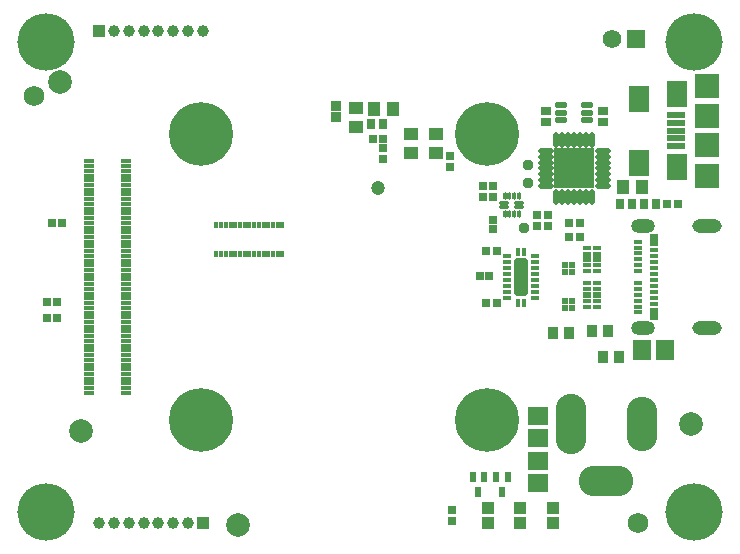
<source format=gbs>
G04*
G04 #@! TF.GenerationSoftware,Altium Limited,Altium Designer,21.6.1 (37)*
G04*
G04 Layer_Color=16711935*
%FSLAX44Y44*%
%MOMM*%
G71*
G04*
G04 #@! TF.SameCoordinates,2C954E57-417A-4088-9090-092BEE8FAD55*
G04*
G04*
G04 #@! TF.FilePolarity,Negative*
G04*
G01*
G75*
%ADD58R,1.7032X1.5032*%
%ADD59R,1.5032X1.7032*%
%ADD60R,1.1032X1.2032*%
%ADD71C,1.2032*%
%ADD72R,0.8532X0.7532*%
%ADD73R,0.7532X0.8532*%
%ADD74R,1.2032X1.1032*%
%ADD75R,0.7532X0.6532*%
%ADD76R,0.6532X0.7532*%
%ADD81C,2.0000*%
%ADD82R,0.6500X0.4000*%
%ADD83R,0.6500X0.5000*%
%ADD84R,0.8232X0.8232*%
%ADD86R,0.7232X0.7232*%
%ADD88R,0.9032X1.1032*%
%ADD89R,0.7232X0.7232*%
%ADD101C,4.8500*%
%ADD103O,2.0000X1.2000*%
%ADD104O,2.5000X1.2000*%
%ADD105R,1.5712X1.5712*%
%ADD106C,1.5712*%
%ADD107O,4.6000X2.6000*%
%ADD108O,2.6000X5.1000*%
%ADD109O,2.6000X4.6000*%
%ADD110C,2.0032*%
%ADD111R,1.0032X1.0032*%
%ADD112C,1.0032*%
%ADD113C,1.7272*%
%ADD115C,0.6080*%
%ADD175R,0.3200X0.6000*%
G04:AMPARAMS|DCode=176|XSize=0.3mm|YSize=0.8mm|CornerRadius=0.1mm|HoleSize=0mm|Usage=FLASHONLY|Rotation=270.000|XOffset=0mm|YOffset=0mm|HoleType=Round|Shape=RoundedRectangle|*
%AMROUNDEDRECTD176*
21,1,0.3000,0.6000,0,0,270.0*
21,1,0.1000,0.8000,0,0,270.0*
1,1,0.2000,-0.3000,-0.0500*
1,1,0.2000,-0.3000,0.0500*
1,1,0.2000,0.3000,0.0500*
1,1,0.2000,0.3000,-0.0500*
%
%ADD176ROUNDEDRECTD176*%
G04:AMPARAMS|DCode=177|XSize=0.3mm|YSize=0.6mm|CornerRadius=0.1mm|HoleSize=0mm|Usage=FLASHONLY|Rotation=180.000|XOffset=0mm|YOffset=0mm|HoleType=Round|Shape=RoundedRectangle|*
%AMROUNDEDRECTD177*
21,1,0.3000,0.4000,0,0,180.0*
21,1,0.1000,0.6000,0,0,180.0*
1,1,0.2000,-0.0500,0.2000*
1,1,0.2000,0.0500,0.2000*
1,1,0.2000,0.0500,-0.2000*
1,1,0.2000,-0.0500,-0.2000*
%
%ADD177ROUNDEDRECTD177*%
G04:AMPARAMS|DCode=178|XSize=0.39mm|YSize=0.74mm|CornerRadius=0.095mm|HoleSize=0mm|Usage=FLASHONLY|Rotation=270.000|XOffset=0mm|YOffset=0mm|HoleType=Round|Shape=RoundedRectangle|*
%AMROUNDEDRECTD178*
21,1,0.3900,0.5500,0,0,270.0*
21,1,0.2000,0.7400,0,0,270.0*
1,1,0.1900,-0.2750,-0.1000*
1,1,0.1900,-0.2750,0.1000*
1,1,0.1900,0.2750,0.1000*
1,1,0.1900,0.2750,-0.1000*
%
%ADD178ROUNDEDRECTD178*%
G04:AMPARAMS|DCode=179|XSize=0.39mm|YSize=0.74mm|CornerRadius=0.095mm|HoleSize=0mm|Usage=FLASHONLY|Rotation=0.000|XOffset=0mm|YOffset=0mm|HoleType=Round|Shape=RoundedRectangle|*
%AMROUNDEDRECTD179*
21,1,0.3900,0.5500,0,0,0.0*
21,1,0.2000,0.7400,0,0,0.0*
1,1,0.1900,0.1000,-0.2750*
1,1,0.1900,-0.1000,-0.2750*
1,1,0.1900,-0.1000,0.2750*
1,1,0.1900,0.1000,0.2750*
%
%ADD179ROUNDEDRECTD179*%
G04:AMPARAMS|DCode=180|XSize=1.14mm|YSize=3.14mm|CornerRadius=0.12mm|HoleSize=0mm|Usage=FLASHONLY|Rotation=0.000|XOffset=0mm|YOffset=0mm|HoleType=Round|Shape=RoundedRectangle|*
%AMROUNDEDRECTD180*
21,1,1.1400,2.9000,0,0,0.0*
21,1,0.9000,3.1400,0,0,0.0*
1,1,0.2400,0.4500,-1.4500*
1,1,0.2400,-0.4500,-1.4500*
1,1,0.2400,-0.4500,1.4500*
1,1,0.2400,0.4500,1.4500*
%
%ADD180ROUNDEDRECTD180*%
%ADD181C,0.9532*%
%ADD182R,0.5032X0.9132*%
%ADD183R,0.8000X0.4000*%
%ADD184R,0.8000X1.1000*%
%ADD185R,0.9032X0.3832*%
%ADD186R,0.5632X0.5232*%
%ADD187R,1.7032X2.2032*%
%ADD188R,2.1032X2.1032*%
%ADD189R,2.1032X2.0032*%
%ADD190R,1.5532X0.6032*%
%ADD191R,1.8032X2.3032*%
G04:AMPARAMS|DCode=192|XSize=0.552mm|YSize=1.052mm|CornerRadius=0.176mm|HoleSize=0mm|Usage=FLASHONLY|Rotation=90.000|XOffset=0mm|YOffset=0mm|HoleType=Round|Shape=RoundedRectangle|*
%AMROUNDEDRECTD192*
21,1,0.5520,0.7000,0,0,90.0*
21,1,0.2000,1.0520,0,0,90.0*
1,1,0.3520,0.3500,0.1000*
1,1,0.3520,0.3500,-0.1000*
1,1,0.3520,-0.3500,-0.1000*
1,1,0.3520,-0.3500,0.1000*
%
%ADD192ROUNDEDRECTD192*%
%ADD193O,0.5032X1.3532*%
%ADD194O,1.3532X0.5032*%
%ADD195R,3.3532X3.3532*%
%ADD196C,5.4000*%
D58*
X442000Y50500D02*
D03*
Y69500D02*
D03*
X442000Y88500D02*
D03*
Y107500D02*
D03*
D59*
X549500Y163000D02*
D03*
X530500D02*
D03*
D60*
X530000Y301000D02*
D03*
X514000D02*
D03*
X303150Y367030D02*
D03*
X319150D02*
D03*
D71*
X306982Y300261D02*
D03*
D72*
X449000Y356000D02*
D03*
Y366000D02*
D03*
X497000Y366000D02*
D03*
Y356000D02*
D03*
D73*
X532000Y287000D02*
D03*
X542000D02*
D03*
X522000Y287000D02*
D03*
X512000D02*
D03*
X300909Y354640D02*
D03*
X310909D02*
D03*
D74*
X334518Y329820D02*
D03*
Y345820D02*
D03*
X356375Y329917D02*
D03*
Y345917D02*
D03*
X287827Y368214D02*
D03*
Y352214D02*
D03*
D75*
X369570Y27432D02*
D03*
Y18432D02*
D03*
X311375Y324917D02*
D03*
Y333917D02*
D03*
X368000Y327500D02*
D03*
Y318500D02*
D03*
D76*
X551500Y287000D02*
D03*
X560500D02*
D03*
X450472Y268480D02*
D03*
X441472D02*
D03*
X450770Y278000D02*
D03*
X441770D02*
D03*
X477500Y259000D02*
D03*
X468500D02*
D03*
X477500Y271000D02*
D03*
X468500D02*
D03*
X395500Y302000D02*
D03*
X404500D02*
D03*
X395500Y293000D02*
D03*
X404500D02*
D03*
X398500Y247000D02*
D03*
X407500D02*
D03*
X398500Y203000D02*
D03*
X407500D02*
D03*
X311500Y342000D02*
D03*
X302500D02*
D03*
X26500Y204000D02*
D03*
X35500D02*
D03*
X26500Y190000D02*
D03*
X35500D02*
D03*
X30500Y271000D02*
D03*
X39500D02*
D03*
D81*
X187960Y15240D02*
D03*
X55500Y95000D02*
D03*
X38000Y390500D02*
D03*
D82*
X491900Y220000D02*
D03*
Y215000D02*
D03*
Y205000D02*
D03*
Y200000D02*
D03*
X484100D02*
D03*
Y205000D02*
D03*
Y215000D02*
D03*
Y220000D02*
D03*
X491900Y250000D02*
D03*
Y245000D02*
D03*
Y235000D02*
D03*
Y230000D02*
D03*
X484100D02*
D03*
Y235000D02*
D03*
Y245000D02*
D03*
Y250000D02*
D03*
D83*
X491900Y210000D02*
D03*
X484100D02*
D03*
X491900Y240000D02*
D03*
X484100D02*
D03*
D84*
X271000Y369500D02*
D03*
Y360500D02*
D03*
D86*
X393000Y226000D02*
D03*
X401000D02*
D03*
D88*
X511190Y157480D02*
D03*
X497190D02*
D03*
X469000Y178000D02*
D03*
X455000D02*
D03*
X488000Y179000D02*
D03*
X502000D02*
D03*
D89*
X404235Y265334D02*
D03*
Y273334D02*
D03*
D101*
X574000Y424000D02*
D03*
X26000Y26000D02*
D03*
X574000D02*
D03*
X26000Y424000D02*
D03*
D103*
X531509Y268262D02*
D03*
Y181862D02*
D03*
D104*
X585109Y268262D02*
D03*
Y181862D02*
D03*
D105*
X525000Y427000D02*
D03*
D106*
X505000D02*
D03*
D107*
X499750Y52750D02*
D03*
D108*
X470000Y101000D02*
D03*
D109*
X530000Y101000D02*
D03*
D110*
X571750Y101000D02*
D03*
D111*
X400000Y29250D02*
D03*
Y16750D02*
D03*
X427500Y29250D02*
D03*
Y16750D02*
D03*
X455000Y29250D02*
D03*
Y16750D02*
D03*
X71000Y433000D02*
D03*
X158500Y17000D02*
D03*
D112*
X83500Y433000D02*
D03*
X96000D02*
D03*
X108500D02*
D03*
X121000D02*
D03*
X133500D02*
D03*
X146000D02*
D03*
X158500D02*
D03*
X121000Y17000D02*
D03*
X108500D02*
D03*
X133500D02*
D03*
X146000D02*
D03*
X83500D02*
D03*
X96000D02*
D03*
X71000D02*
D03*
D113*
X527074Y17121D02*
D03*
X15865Y378393D02*
D03*
D115*
X171672Y360672D02*
D03*
X142327Y331328D02*
D03*
Y360672D02*
D03*
X171672Y331328D02*
D03*
X413672Y360672D02*
D03*
X384328Y331328D02*
D03*
Y360672D02*
D03*
X413672Y331328D02*
D03*
Y118673D02*
D03*
X384328Y89328D02*
D03*
Y118673D02*
D03*
X413672Y89328D02*
D03*
X171672Y118673D02*
D03*
X142327Y89328D02*
D03*
Y118673D02*
D03*
X171672Y89328D02*
D03*
D175*
X226000Y245000D02*
D03*
X222000D02*
D03*
X218000D02*
D03*
X214000D02*
D03*
X202000D02*
D03*
X198000D02*
D03*
X194000D02*
D03*
X190000D02*
D03*
X186000D02*
D03*
X182000D02*
D03*
X178000D02*
D03*
X174000D02*
D03*
X170000D02*
D03*
Y269000D02*
D03*
X174000D02*
D03*
X178000D02*
D03*
X182000D02*
D03*
X186000D02*
D03*
X190000D02*
D03*
X194000D02*
D03*
X198000D02*
D03*
X202000D02*
D03*
X206000D02*
D03*
X210000D02*
D03*
X214000D02*
D03*
X218000D02*
D03*
X222000D02*
D03*
X226000D02*
D03*
X210000Y245000D02*
D03*
X206000D02*
D03*
D176*
X413501Y284000D02*
D03*
Y288000D02*
D03*
X426501D02*
D03*
Y284000D02*
D03*
D177*
X414001Y293499D02*
D03*
X418001D02*
D03*
X422001D02*
D03*
X426001D02*
D03*
Y278499D02*
D03*
X422001D02*
D03*
X418001D02*
D03*
X414001D02*
D03*
D178*
X439500Y212500D02*
D03*
Y207500D02*
D03*
Y232500D02*
D03*
Y227500D02*
D03*
Y222500D02*
D03*
Y217500D02*
D03*
Y242500D02*
D03*
Y237500D02*
D03*
X416500Y242500D02*
D03*
Y227500D02*
D03*
Y222500D02*
D03*
Y207500D02*
D03*
Y232500D02*
D03*
Y237500D02*
D03*
Y212500D02*
D03*
Y217500D02*
D03*
D179*
X425500Y203500D02*
D03*
X430500D02*
D03*
Y246500D02*
D03*
X425500D02*
D03*
D180*
X428000Y225000D02*
D03*
D181*
X434108Y304756D02*
D03*
X430176Y266836D02*
D03*
X434032Y320080D02*
D03*
D182*
X391922Y43430D02*
D03*
X396922Y55630D02*
D03*
X386922D02*
D03*
X412068Y43426D02*
D03*
X417068Y55626D02*
D03*
X407068D02*
D03*
D183*
X540409Y202562D02*
D03*
Y207562D02*
D03*
X527409Y255062D02*
D03*
Y250062D02*
D03*
Y245062D02*
D03*
Y240062D02*
D03*
Y235062D02*
D03*
Y230062D02*
D03*
Y220062D02*
D03*
Y215062D02*
D03*
Y210062D02*
D03*
Y205062D02*
D03*
Y200062D02*
D03*
Y195062D02*
D03*
X540409Y212562D02*
D03*
Y217562D02*
D03*
Y222562D02*
D03*
Y227562D02*
D03*
Y232562D02*
D03*
Y237562D02*
D03*
Y242562D02*
D03*
Y247562D02*
D03*
D184*
Y194062D02*
D03*
Y256062D02*
D03*
D185*
X93400Y127000D02*
D03*
Y131000D02*
D03*
Y135000D02*
D03*
Y139000D02*
D03*
Y143000D02*
D03*
Y147000D02*
D03*
Y151000D02*
D03*
Y155000D02*
D03*
Y159000D02*
D03*
Y163000D02*
D03*
Y167000D02*
D03*
Y171000D02*
D03*
Y175000D02*
D03*
Y179000D02*
D03*
Y183000D02*
D03*
Y187000D02*
D03*
Y191000D02*
D03*
Y195000D02*
D03*
Y199000D02*
D03*
Y203000D02*
D03*
Y207000D02*
D03*
Y211000D02*
D03*
Y215000D02*
D03*
Y219000D02*
D03*
Y223000D02*
D03*
Y227000D02*
D03*
Y231000D02*
D03*
Y235000D02*
D03*
Y239000D02*
D03*
Y243000D02*
D03*
Y247000D02*
D03*
Y251000D02*
D03*
Y255000D02*
D03*
Y259000D02*
D03*
Y263000D02*
D03*
Y267000D02*
D03*
Y271000D02*
D03*
Y275000D02*
D03*
Y279000D02*
D03*
Y283000D02*
D03*
Y287000D02*
D03*
Y291000D02*
D03*
Y295000D02*
D03*
Y299000D02*
D03*
Y303000D02*
D03*
Y307000D02*
D03*
Y311000D02*
D03*
Y315000D02*
D03*
Y319000D02*
D03*
Y323000D02*
D03*
X62600Y127000D02*
D03*
Y131000D02*
D03*
Y135000D02*
D03*
Y139000D02*
D03*
Y143000D02*
D03*
Y147000D02*
D03*
Y151000D02*
D03*
Y155000D02*
D03*
Y159000D02*
D03*
Y163000D02*
D03*
Y167000D02*
D03*
Y171000D02*
D03*
Y175000D02*
D03*
Y179000D02*
D03*
Y183000D02*
D03*
Y187000D02*
D03*
Y191000D02*
D03*
Y195000D02*
D03*
Y199000D02*
D03*
Y203000D02*
D03*
Y207000D02*
D03*
Y211000D02*
D03*
Y215000D02*
D03*
Y219000D02*
D03*
Y223000D02*
D03*
Y227000D02*
D03*
Y231000D02*
D03*
Y235000D02*
D03*
Y239000D02*
D03*
Y243000D02*
D03*
Y247000D02*
D03*
Y251000D02*
D03*
Y255000D02*
D03*
Y259000D02*
D03*
Y263000D02*
D03*
Y267000D02*
D03*
Y271000D02*
D03*
Y275000D02*
D03*
Y279000D02*
D03*
Y283000D02*
D03*
Y287000D02*
D03*
Y291000D02*
D03*
Y295000D02*
D03*
Y299000D02*
D03*
Y303000D02*
D03*
Y307000D02*
D03*
Y311000D02*
D03*
Y315000D02*
D03*
Y319000D02*
D03*
Y323000D02*
D03*
D186*
X465200Y199000D02*
D03*
X470800D02*
D03*
X465200Y205000D02*
D03*
X470800D02*
D03*
X465200Y229000D02*
D03*
X470800D02*
D03*
X465200Y235000D02*
D03*
X470800D02*
D03*
D187*
X528000Y322000D02*
D03*
Y376000D02*
D03*
D188*
X585750Y337000D02*
D03*
Y361000D02*
D03*
D189*
Y311000D02*
D03*
Y387000D02*
D03*
D190*
X559000Y349000D02*
D03*
Y355500D02*
D03*
Y362000D02*
D03*
Y342500D02*
D03*
Y336000D02*
D03*
D191*
X560250Y380000D02*
D03*
Y318000D02*
D03*
D192*
X462000Y370750D02*
D03*
Y364250D02*
D03*
Y357750D02*
D03*
X484000D02*
D03*
Y364250D02*
D03*
Y370750D02*
D03*
D193*
X488000Y341000D02*
D03*
X483000D02*
D03*
X478000D02*
D03*
X473000D02*
D03*
X468000D02*
D03*
X463000D02*
D03*
X458000D02*
D03*
Y293000D02*
D03*
X463000D02*
D03*
X468000D02*
D03*
X473000D02*
D03*
X478000D02*
D03*
X483000D02*
D03*
X488000D02*
D03*
D194*
X449000Y332000D02*
D03*
Y327000D02*
D03*
Y322000D02*
D03*
Y317000D02*
D03*
Y312000D02*
D03*
Y307000D02*
D03*
Y302000D02*
D03*
X497000D02*
D03*
Y307000D02*
D03*
Y312000D02*
D03*
Y317000D02*
D03*
Y322000D02*
D03*
Y327000D02*
D03*
Y332000D02*
D03*
D195*
X473000Y317000D02*
D03*
D196*
X157000Y346000D02*
D03*
X399000D02*
D03*
Y104000D02*
D03*
X157000D02*
D03*
M02*

</source>
